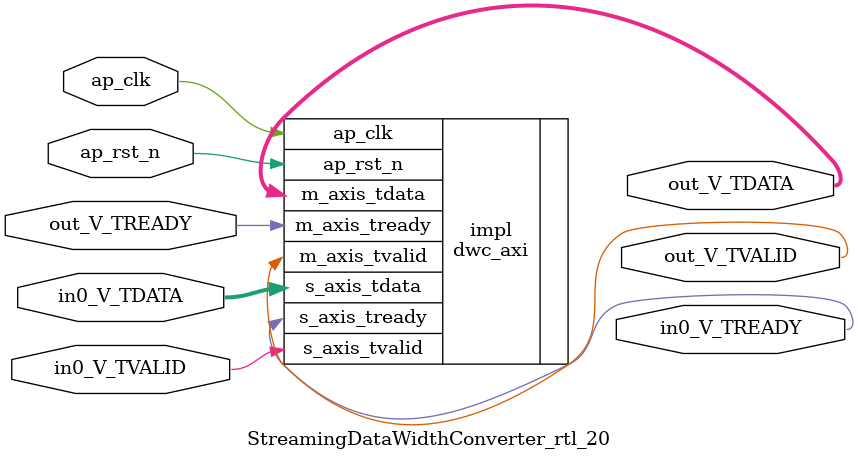
<source format=v>
/******************************************************************************
 * Copyright (C) 2023, Advanced Micro Devices, Inc.
 * All rights reserved.
 *
 * Redistribution and use in source and binary forms, with or without
 * modification, are permitted provided that the following conditions are met:
 *
 *  1. Redistributions of source code must retain the above copyright notice,
 *     this list of conditions and the following disclaimer.
 *
 *  2. Redistributions in binary form must reproduce the above copyright
 *     notice, this list of conditions and the following disclaimer in the
 *     documentation and/or other materials provided with the distribution.
 *
 *  3. Neither the name of the copyright holder nor the names of its
 *     contributors may be used to endorse or promote products derived from
 *     this software without specific prior written permission.
 *
 * THIS SOFTWARE IS PROVIDED BY THE COPYRIGHT HOLDERS AND CONTRIBUTORS "AS IS"
 * AND ANY EXPRESS OR IMPLIED WARRANTIES, INCLUDING, BUT NOT LIMITED TO,
 * THE IMPLIED WARRANTIES OF MERCHANTABILITY AND FITNESS FOR A PARTICULAR
 * PURPOSE ARE DISCLAIMED. IN NO EVENT SHALL THE COPYRIGHT HOLDER OR
 * CONTRIBUTORS BE LIABLE FOR ANY DIRECT, INDIRECT, INCIDENTAL, SPECIAL,
 * EXEMPLARY, OR CONSEQUENTIAL DAMAGES (INCLUDING, BUT NOT LIMITED TO,
 * PROCUREMENT OF SUBSTITUTE GOODS OR SERVICES; LOSS OF USE, DATA, OR PROFITS;
 * OR BUSINESS INTERRUPTION). HOWEVER CAUSED AND ON ANY THEORY OF LIABILITY,
 * WHETHER IN CONTRACT, STRICT LIABILITY, OR TORT (INCLUDING NEGLIGENCE OR
 * OTHERWISE) ARISING IN ANY WAY OUT OF THE USE OF THIS SOFTWARE, EVEN IF
 * ADVISED OF THE POSSIBILITY OF SUCH DAMAGE.
 *****************************************************************************/

module StreamingDataWidthConverter_rtl_20 #(
	parameter  IBITS = 8,
	parameter  OBITS = 48,

	parameter  AXI_IBITS = (IBITS+7)/8 * 8,
	parameter  AXI_OBITS = (OBITS+7)/8 * 8
)(
	//- Global Control ------------------
	(* X_INTERFACE_INFO = "xilinx.com:signal:clock:1.0 ap_clk CLK" *)
	(* X_INTERFACE_PARAMETER = "ASSOCIATED_BUSIF in0_V:out_V, ASSOCIATED_RESET ap_rst_n" *)
	input	ap_clk,
	(* X_INTERFACE_PARAMETER = "POLARITY ACTIVE_LOW" *)
	input	ap_rst_n,

	//- AXI Stream - Input --------------
	output	in0_V_TREADY,
	input	in0_V_TVALID,
	input	[AXI_IBITS-1:0]  in0_V_TDATA,

	//- AXI Stream - Output -------------
	input	out_V_TREADY,
	output	out_V_TVALID,
	output	[AXI_OBITS-1:0]  out_V_TDATA
);

	dwc_axi #(
		.IBITS(IBITS),
		.OBITS(OBITS)
	) impl (
		.ap_clk(ap_clk),
		.ap_rst_n(ap_rst_n),
		.s_axis_tready(in0_V_TREADY),
		.s_axis_tvalid(in0_V_TVALID),
		.s_axis_tdata(in0_V_TDATA),
		.m_axis_tready(out_V_TREADY),
		.m_axis_tvalid(out_V_TVALID),
		.m_axis_tdata(out_V_TDATA)
	);

endmodule

</source>
